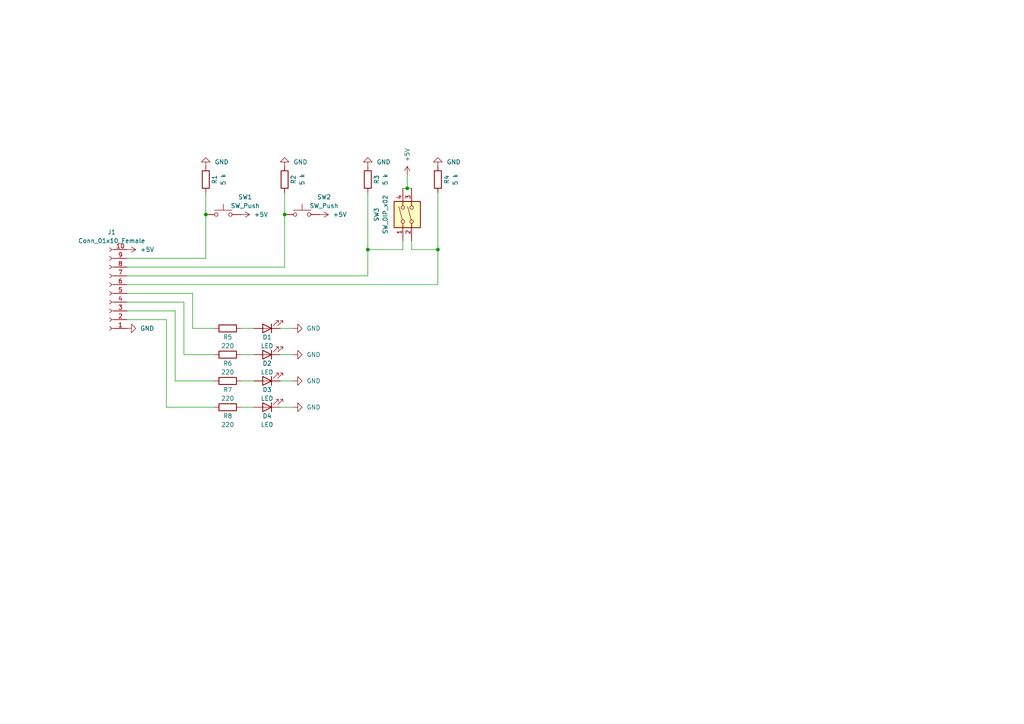
<source format=kicad_sch>
(kicad_sch (version 20211123) (generator eeschema)
  (paper "A4")
  (lib_symbols
    (symbol "Connector:Conn_01x10_Female" (pin_names (offset 1.016) hide)
      (property "Reference" "J" (at 0 12.7 0))
      (property "Value" "Conn_01x10_Female" (at 0 -15.24 0))
      (symbol "Conn_01x10_Female_1_1"
        (arc (start 0 -12.192) (mid -0.508 -12.7) (end 0 -13.208) (stroke (width 0.1524)))
        (arc (start 0 -9.652) (mid -0.508 -10.16) (end 0 -10.668) (stroke (width 0.1524)))
        (arc (start 0 -7.112) (mid -0.508 -7.62) (end 0 -8.128) (stroke (width 0.1524)))
        (arc (start 0 -4.572) (mid -0.508 -5.08) (end 0 -5.588) (stroke (width 0.1524)))
        (arc (start 0 -2.032) (mid -0.508 -2.54) (end 0 -3.048) (stroke (width 0.1524)))
        (polyline (pts (xy -1.27 -12.7) (xy -0.508 -12.7)) (stroke (width 0.1524)))
        (polyline (pts (xy -1.27 -10.16) (xy -0.508 -10.16)) (stroke (width 0.1524)))
        (polyline (pts (xy -1.27 -7.62) (xy -0.508 -7.62)) (stroke (width 0.1524)))
        (polyline (pts (xy -1.27 -5.08) (xy -0.508 -5.08)) (stroke (width 0.1524)))
        (polyline (pts (xy -1.27 -2.54) (xy -0.508 -2.54)) (stroke (width 0.1524)))
        (polyline (pts (xy -1.27 0) (xy -0.508 0)) (stroke (width 0.1524)))
        (polyline (pts (xy -1.27 2.54) (xy -0.508 2.54)) (stroke (width 0.1524)))
        (polyline (pts (xy -1.27 5.08) (xy -0.508 5.08)) (stroke (width 0.1524)))
        (polyline (pts (xy -1.27 7.62) (xy -0.508 7.62)) (stroke (width 0.1524)))
        (polyline (pts (xy -1.27 10.16) (xy -0.508 10.16)) (stroke (width 0.1524)))
        (arc (start 0 0.508) (mid -0.508 0) (end 0 -0.508) (stroke (width 0.1524)))
        (arc (start 0 3.048) (mid -0.508 2.54) (end 0 2.032) (stroke (width 0.1524)))
        (arc (start 0 5.588) (mid -0.508 5.08) (end 0 4.572) (stroke (width 0.1524)))
        (arc (start 0 8.128) (mid -0.508 7.62) (end 0 7.112) (stroke (width 0.1524)))
        (arc (start 0 10.668) (mid -0.508 10.16) (end 0 9.652) (stroke (width 0.1524)))
        (pin passive line (at -5.08 10.16 0) (length 3.81) (name "Pin_1") (number "1"))
        (pin passive line (at -5.08 -12.7 0) (length 3.81) (name "Pin_10") (number "10"))
        (pin passive line (at -5.08 7.62 0) (length 3.81) (name "Pin_2") (number "2"))
        (pin passive line (at -5.08 5.08 0) (length 3.81) (name "Pin_3") (number "3"))
        (pin passive line (at -5.08 2.54 0) (length 3.81) (name "Pin_4") (number "4"))
        (pin passive line (at -5.08 0 0) (length 3.81) (name "Pin_5") (number "5"))
        (pin passive line (at -5.08 -2.54 0) (length 3.81) (name "Pin_6") (number "6"))
        (pin passive line (at -5.08 -5.08 0) (length 3.81) (name "Pin_7") (number "7"))
        (pin passive line (at -5.08 -7.62 0) (length 3.81) (name "Pin_8") (number "8"))
        (pin passive line (at -5.08 -10.16 0) (length 3.81) (name "Pin_9") (number "9"))
      )
    )
    (symbol "Device:LED" (pin_numbers hide) (pin_names (offset 1.016) hide)
      (property "Reference" "D" (at 0 2.54 0))
      (property "Value" "LED" (at 0 -2.54 0))
      (symbol "LED_0_1"
        (polyline (pts (xy -1.27 -1.27) (xy -1.27 1.27)) (stroke (width 0.254)))
        (polyline (pts (xy -1.27 0) (xy 1.27 0)))
        (polyline (pts (xy 1.27 -1.27) (xy 1.27 1.27) (xy -1.27 0) (xy 1.27 -1.27)) (stroke (width 0.254)))
        (polyline (pts (xy -3.048 -0.762) (xy -4.572 -2.286) (xy -3.81 -2.286) (xy -4.572 -2.286) (xy -4.572 -1.524)))
        (polyline (pts (xy -1.778 -0.762) (xy -3.302 -2.286) (xy -2.54 -2.286) (xy -3.302 -2.286) (xy -3.302 -1.524)))
      )
      (symbol "LED_1_1"
        (pin passive line (at -3.81 0 0) (length 2.54) (name "K") (number "1"))
        (pin passive line (at 3.81 0 180) (length 2.54) (name "A") (number "2"))
      )
    )
    (symbol "Device:R" (pin_numbers hide) (pin_names (offset 0))
      (property "Reference" "R" (at 2.032 0 90))
      (property "Value" "R" (at 0 0 90))
      (symbol "R_0_1"
        (rectangle (start -1.016 -2.54) (end 1.016 2.54) (stroke (width 0.254)))
      )
      (symbol "R_1_1"
        (pin passive line (at 0 3.81 270) (length 1.27) (name "~") (number "1"))
        (pin passive line (at 0 -3.81 90) (length 1.27) (name "~") (number "2"))
      )
    )
    (symbol "Switch:SW_DIP_x02" (pin_names (offset 0) hide)
      (property "Reference" "SW" (at 0 6.35 0))
      (property "Value" "SW_DIP_x02" (at 0 -3.81 0))
      (symbol "SW_DIP_x02_0_0"
        (circle (center -2.032 0) (radius 0.508))
        (circle (center -2.032 2.54) (radius 0.508))
        (polyline (pts (xy -1.524 0.127) (xy 2.3622 1.1684)))
        (polyline (pts (xy -1.524 2.667) (xy 2.3622 3.7084)))
        (circle (center 2.032 0) (radius 0.508))
        (circle (center 2.032 2.54) (radius 0.508))
      )
      (symbol "SW_DIP_x02_0_1"
        (rectangle (start -3.81 5.08) (end 3.81 -2.54) (stroke (width 0.254)) (fill (type background)))
      )
      (symbol "SW_DIP_x02_1_1"
        (pin passive line (at -7.62 2.54 0) (length 5.08) (name "~") (number "1"))
        (pin passive line (at -7.62 0 0) (length 5.08) (name "~") (number "2"))
        (pin passive line (at 7.62 0 180) (length 5.08) (name "~") (number "3"))
        (pin passive line (at 7.62 2.54 180) (length 5.08) (name "~") (number "4"))
      )
    )
    (symbol "Switch:SW_Push" (pin_numbers hide) (pin_names (offset 1.016) hide)
      (property "Reference" "SW" (at 1.27 2.54 0))
      (property "Value" "SW_Push" (at 0 -1.524 0))
      (symbol "SW_Push_0_1"
        (circle (center -2.032 0) (radius 0.508))
        (polyline (pts (xy 0 1.27) (xy 0 3.048)))
        (polyline (pts (xy 2.54 1.27) (xy -2.54 1.27)))
        (circle (center 2.032 0) (radius 0.508))
        (pin passive line (at -5.08 0 0) (length 2.54) (name "1") (number "1"))
        (pin passive line (at 5.08 0 180) (length 2.54) (name "2") (number "2"))
      )
    )
    (symbol "power:+5V" (power) (pin_names (offset 0))
      (property "Value" "+5V" (at 0 3.556 0))
      (symbol "+5V_0_1"
        (polyline (pts (xy -0.762 1.27) (xy 0 2.54)))
        (polyline (pts (xy 0 0) (xy 0 2.54)))
        (polyline (pts (xy 0 2.54) (xy 0.762 1.27)))
      )
      (symbol "+5V_1_1"
        (pin power_in line (at 0 0 90) (length 0) hide (name "+5V") (number "1"))
      )
    )
    (symbol "power:GND" (power) (pin_names (offset 0))
      (property "Value" "GND" (at 0 -3.81 0))
      (symbol "GND_0_1"
        (polyline (pts (xy 0 0) (xy 0 -1.27) (xy 1.27 -1.27) (xy 0 -2.54) (xy -1.27 -1.27) (xy 0 -1.27)))
      )
      (symbol "GND_1_1"
        (pin power_in line (at 0 0 270) (length 0) hide (name "GND") (number "1"))
      )
    )
  )
  (junction (at 59.69 62.23))
  (junction (at 127 72.39))
  (junction (at 118.11 54.61))
  (junction (at 82.55 62.23))
  (junction (at 106.68 72.39))
  (wire (pts (xy 82.55 55.88) (xy 82.55 62.23)))
  (wire (pts (xy 36.83 87.63) (xy 53.34 87.63)))
  (wire (pts (xy 36.83 77.47) (xy 82.55 77.47)))
  (wire (pts (xy 36.83 92.71) (xy 48.26 92.71)))
  (wire (pts (xy 119.38 72.39) (xy 127 72.39)))
  (wire (pts (xy 118.11 50.8) (xy 118.11 54.61)))
  (wire (pts (xy 50.8 110.49) (xy 62.23 110.49)))
  (wire (pts (xy 81.28 118.11) (xy 85.09 118.11)))
  (wire (pts (xy 59.69 74.93) (xy 36.83 74.93)))
  (wire (pts (xy 36.83 85.09) (xy 55.88 85.09)))
  (wire (pts (xy 127 55.88) (xy 127 72.39)))
  (wire (pts (xy 36.83 82.55) (xy 127 82.55)))
  (wire (pts (xy 53.34 102.87) (xy 62.23 102.87)))
  (wire (pts (xy 81.28 95.25) (xy 85.09 95.25)))
  (wire (pts (xy 48.26 92.71) (xy 48.26 118.11)))
  (wire (pts (xy 116.84 69.85) (xy 116.84 72.39)))
  (wire (pts (xy 118.11 54.61) (xy 116.84 54.61)))
  (wire (pts (xy 59.69 62.23) (xy 59.69 74.93)))
  (wire (pts (xy 50.8 90.17) (xy 50.8 110.49)))
  (wire (pts (xy 53.34 87.63) (xy 53.34 102.87)))
  (wire (pts (xy 36.83 90.17) (xy 50.8 90.17)))
  (wire (pts (xy 118.11 54.61) (xy 119.38 54.61)))
  (wire (pts (xy 69.85 110.49) (xy 73.66 110.49)))
  (wire (pts (xy 62.23 95.25) (xy 55.88 95.25)))
  (wire (pts (xy 36.83 80.01) (xy 106.68 80.01)))
  (wire (pts (xy 81.28 102.87) (xy 85.09 102.87)))
  (wire (pts (xy 55.88 85.09) (xy 55.88 95.25)))
  (wire (pts (xy 106.68 72.39) (xy 106.68 80.01)))
  (wire (pts (xy 59.69 55.88) (xy 59.69 62.23)))
  (wire (pts (xy 69.85 95.25) (xy 73.66 95.25)))
  (wire (pts (xy 48.26 118.11) (xy 62.23 118.11)))
  (wire (pts (xy 69.85 102.87) (xy 73.66 102.87)))
  (wire (pts (xy 69.85 118.11) (xy 73.66 118.11)))
  (wire (pts (xy 119.38 69.85) (xy 119.38 72.39)))
  (wire (pts (xy 81.28 110.49) (xy 85.09 110.49)))
  (wire (pts (xy 127 72.39) (xy 127 82.55)))
  (wire (pts (xy 82.55 77.47) (xy 82.55 62.23)))
  (wire (pts (xy 106.68 55.88) (xy 106.68 72.39)))
  (wire (pts (xy 106.68 72.39) (xy 116.84 72.39)))
  (symbol (lib_id "Switch:SW_Push") (at 87.63 62.23 0) (unit 1)
    (property "Reference" "SW2" (at 93.98 57.15 0))
    (property "Value" "SW_Push" (at 93.98 59.69 0))
    (property "Footprint" "Button_Switch_THT:SW_PUSH_6mm_H7.3mm" (effects hide))
  )
  (symbol (lib_id "Device:R") (at 59.69 52.07 180) (unit 1)
    (property "Reference" "R1" (at 62.23 52.07 90))
    (property "Value" "5 k" (at 64.77 52.07 90))
    (property "Footprint" "Resistor_THT:R_Axial_DIN0207_L6.3mm_D2.5mm_P10.16mm_Horizontal" (effects hide))
  )
  (symbol (lib_id "power:GND") (at 106.68 48.26 180) (unit 1)
    (property "Reference" "#PWR03" (effects hide))
    (property "Value" "GND" (at 109.22 46.9899 0) (effects (justify right)))
  )
  (symbol (lib_id "Device:R") (at 82.55 52.07 180) (unit 1)
    (property "Reference" "R2" (at 85.09 52.07 90))
    (property "Value" "5 k" (at 87.63 52.07 90))
    (property "Footprint" "Resistor_THT:R_Axial_DIN0207_L6.3mm_D2.5mm_P10.16mm_Horizontal" (effects hide))
  )
  (symbol (lib_id "Device:LED") (at 77.47 102.87 180) (unit 1)
    (property "Reference" "D2" (at 77.47 105.41 0))
    (property "Value" "LED" (at 77.47 107.95 0))
    (property "Footprint" "LED_THT:LED_D3.0mm" (effects hide))
  )
  (symbol (lib_id "Device:R") (at 66.04 102.87 90) (unit 1)
    (property "Reference" "R6" (at 66.04 105.41 90))
    (property "Value" "220" (at 66.04 107.95 90))
    (property "Footprint" "Resistor_THT:R_Axial_DIN0207_L6.3mm_D2.5mm_P10.16mm_Horizontal" (effects hide))
  )
  (symbol (lib_id "Device:LED") (at 77.47 95.25 180) (unit 1)
    (property "Reference" "D1" (at 77.47 97.79 0))
    (property "Value" "LED" (at 77.47 100.33 0))
    (property "Footprint" "LED_THT:LED_D3.0mm" (effects hide))
  )
  (symbol (lib_id "power:GND") (at 59.69 48.26 180) (unit 1)
    (property "Reference" "#PWR01" (effects hide))
    (property "Value" "GND" (at 62.23 46.9899 0) (effects (justify right)))
  )
  (symbol (lib_id "Device:LED") (at 77.47 118.11 180) (unit 1)
    (property "Reference" "D4" (at 77.47 120.65 0))
    (property "Value" "LED" (at 77.47 123.19 0))
    (property "Footprint" "LED_THT:LED_D3.0mm" (effects hide))
  )
  (symbol (lib_id "power:+5V") (at 36.83 72.39 270) (unit 1)
    (property "Reference" "#PWR08" (effects hide))
    (property "Value" "+5V" (at 40.64 72.3899 90) (effects (justify left)))
  )
  (symbol (lib_id "power:+5V") (at 92.71 62.23 270) (unit 1)
    (property "Reference" "#PWR07" (effects hide))
    (property "Value" "+5V" (at 96.52 62.2299 90) (effects (justify left)))
  )
  (symbol (lib_id "Device:R") (at 106.68 52.07 180) (unit 1)
    (property "Reference" "R3" (at 109.22 52.07 90))
    (property "Value" "5 k" (at 111.76 52.07 90))
    (property "Footprint" "Resistor_THT:R_Axial_DIN0207_L6.3mm_D2.5mm_P10.16mm_Horizontal" (effects hide))
  )
  (symbol (lib_id "power:GND") (at 85.09 102.87 90) (unit 1)
    (property "Reference" "#PWR011" (effects hide))
    (property "Value" "GND" (at 88.9 102.8699 90) (effects (justify right)))
  )
  (symbol (lib_id "Connector:Conn_01x10_Female") (at 31.75 85.09 180) (unit 1)
    (property "Reference" "J1" (at 32.385 67.31 0))
    (property "Value" "Conn_01x10_Female" (at 32.385 69.85 0))
    (property "Footprint" "Connector_PinHeader_2.54mm:PinHeader_1x10_P2.54mm_Vertical" (effects hide))
  )
  (symbol (lib_id "power:GND") (at 36.83 95.25 90) (unit 1)
    (property "Reference" "#PWR09" (effects hide))
    (property "Value" "GND" (at 40.64 95.2499 90) (effects (justify right)))
  )
  (symbol (lib_id "power:+5V") (at 69.85 62.23 270) (unit 1)
    (property "Reference" "#PWR06" (effects hide))
    (property "Value" "+5V" (at 73.66 62.2299 90) (effects (justify left)))
  )
  (symbol (lib_id "power:GND") (at 82.55 48.26 180) (unit 1)
    (property "Reference" "#PWR02" (effects hide))
    (property "Value" "GND" (at 85.09 46.9899 0) (effects (justify right)))
  )
  (symbol (lib_id "power:GND") (at 85.09 110.49 90) (unit 1)
    (property "Reference" "#PWR012" (effects hide))
    (property "Value" "GND" (at 88.9 110.4899 90) (effects (justify right)))
  )
  (symbol (lib_id "power:+5V") (at 118.11 50.8 0) (unit 1)
    (property "Reference" "#PWR05" (effects hide))
    (property "Value" "+5V" (at 118.1099 46.99 90) (effects (justify left)))
  )
  (symbol (lib_id "Device:R") (at 66.04 118.11 90) (unit 1)
    (property "Reference" "R8" (at 66.04 120.65 90))
    (property "Value" "220" (at 66.04 123.19 90))
    (property "Footprint" "Resistor_THT:R_Axial_DIN0207_L6.3mm_D2.5mm_P10.16mm_Horizontal" (effects hide))
  )
  (symbol (lib_id "Device:LED") (at 77.47 110.49 180) (unit 1)
    (property "Reference" "D3" (at 77.47 113.03 0))
    (property "Value" "LED" (at 77.47 115.57 0))
    (property "Footprint" "LED_THT:LED_D3.0mm" (effects hide))
  )
  (symbol (lib_id "power:GND") (at 85.09 95.25 90) (unit 1)
    (property "Reference" "#PWR010" (effects hide))
    (property "Value" "GND" (at 88.9 95.2499 90) (effects (justify right)))
  )
  (symbol (lib_id "power:GND") (at 85.09 118.11 90) (unit 1)
    (property "Reference" "#PWR013" (effects hide))
    (property "Value" "GND" (at 88.9 118.1099 90) (effects (justify right)))
  )
  (symbol (lib_id "Device:R") (at 66.04 95.25 90) (unit 1)
    (property "Reference" "R5" (at 66.04 97.79 90))
    (property "Value" "220" (at 66.04 100.33 90))
    (property "Footprint" "Resistor_THT:R_Axial_DIN0207_L6.3mm_D2.5mm_P10.16mm_Horizontal" (effects hide))
  )
  (symbol (lib_id "Device:R") (at 66.04 110.49 90) (unit 1)
    (property "Reference" "R7" (at 66.04 113.03 90))
    (property "Value" "220" (at 66.04 115.57 90))
    (property "Footprint" "Resistor_THT:R_Axial_DIN0207_L6.3mm_D2.5mm_P10.16mm_Horizontal" (effects hide))
  )
  (symbol (lib_id "power:GND") (at 127 48.26 180) (unit 1)
    (property "Reference" "#PWR04" (effects hide))
    (property "Value" "GND" (at 129.54 46.9899 0) (effects (justify right)))
  )
  (symbol (lib_id "Switch:SW_DIP_x02") (at 119.38 62.23 90) (unit 1)
    (property "Reference" "SW3" (at 109.22 62.23 0))
    (property "Value" "SW_DIP_x02" (at 111.76 62.23 0))
    (property "Footprint" "Button_Switch_THT:SW_DIP_SPSTx02_Slide_9.78x7.26mm_W7.62mm_P2.54mm" (effects hide))
  )
  (symbol (lib_id "Switch:SW_Push") (at 64.77 62.23 0) (unit 1)
    (property "Reference" "SW1" (at 71.12 57.15 0))
    (property "Value" "SW_Push" (at 71.12 59.69 0))
    (property "Footprint" "Button_Switch_THT:SW_PUSH_6mm_H7.3mm" (effects hide))
  )
  (symbol (lib_id "Device:R") (at 127 52.07 180) (unit 1)
    (property "Reference" "R4" (at 129.54 52.07 90))
    (property "Value" "5 k" (at 132.08 52.07 90))
    (property "Footprint" "Resistor_THT:R_Axial_DIN0207_L6.3mm_D2.5mm_P10.16mm_Horizontal" (effects hide))
  )
)
</source>
